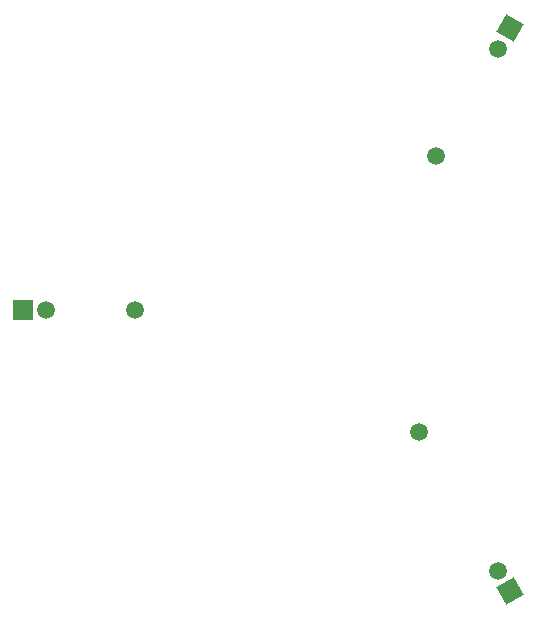
<source format=gbr>
%TF.GenerationSoftware,KiCad,Pcbnew,7.0.10*%
%TF.CreationDate,2024-02-11T22:45:30-05:00*%
%TF.ProjectId,bearing_inner_top,62656172-696e-4675-9f69-6e6e65725f74,rev?*%
%TF.SameCoordinates,Original*%
%TF.FileFunction,Soldermask,Top*%
%TF.FilePolarity,Negative*%
%FSLAX46Y46*%
G04 Gerber Fmt 4.6, Leading zero omitted, Abs format (unit mm)*
G04 Created by KiCad (PCBNEW 7.0.10) date 2024-02-11 22:45:30*
%MOMM*%
%LPD*%
G01*
G04 APERTURE LIST*
G04 Aperture macros list*
%AMRotRect*
0 Rectangle, with rotation*
0 The origin of the aperture is its center*
0 $1 length*
0 $2 width*
0 $3 Rotation angle, in degrees counterclockwise*
0 Add horizontal line*
21,1,$1,$2,0,0,$3*%
G04 Aperture macros list end*
%ADD10RotRect,1.700000X1.700000X300.000000*%
%ADD11C,1.500000*%
%ADD12R,1.700000X1.700000*%
%ADD13RotRect,1.700000X1.700000X60.000000*%
G04 APERTURE END LIST*
D10*
%TO.C,J103*%
X63750000Y-73816000D03*
%TD*%
D11*
%TO.C,J108*%
X57500000Y-37010000D03*
%TD*%
%TO.C,J106*%
X62750000Y-72084000D03*
%TD*%
D12*
%TO.C,J101*%
X22500000Y-50000000D03*
%TD*%
D11*
%TO.C,J104*%
X24500000Y-50000000D03*
%TD*%
%TO.C,J109*%
X56000000Y-60392000D03*
%TD*%
%TO.C,J107*%
X32000000Y-50000000D03*
%TD*%
D13*
%TO.C,J102*%
X63750000Y-26184000D03*
%TD*%
D11*
%TO.C,J105*%
X62750000Y-27916000D03*
%TD*%
M02*

</source>
